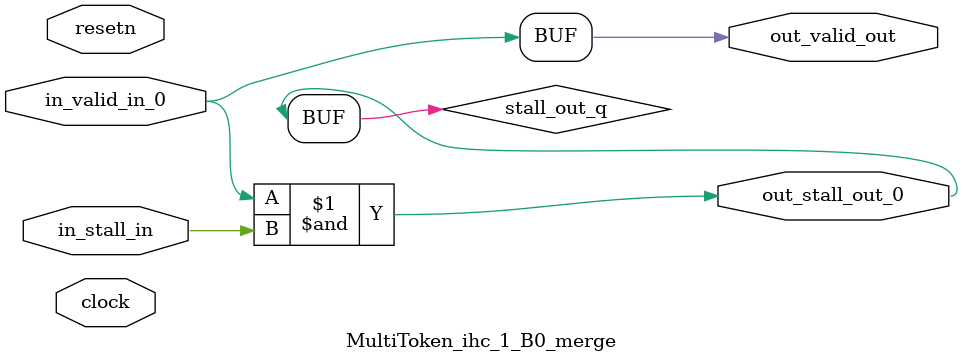
<source format=sv>



(* altera_attribute = "-name AUTO_SHIFT_REGISTER_RECOGNITION OFF; -name MESSAGE_DISABLE 10036; -name MESSAGE_DISABLE 10037; -name MESSAGE_DISABLE 14130; -name MESSAGE_DISABLE 14320; -name MESSAGE_DISABLE 15400; -name MESSAGE_DISABLE 14130; -name MESSAGE_DISABLE 10036; -name MESSAGE_DISABLE 12020; -name MESSAGE_DISABLE 12030; -name MESSAGE_DISABLE 12010; -name MESSAGE_DISABLE 12110; -name MESSAGE_DISABLE 14320; -name MESSAGE_DISABLE 13410; -name MESSAGE_DISABLE 113007; -name MESSAGE_DISABLE 10958" *)
module MultiToken_ihc_1_B0_merge (
    input wire [0:0] in_stall_in,
    input wire [0:0] in_valid_in_0,
    output wire [0:0] out_stall_out_0,
    output wire [0:0] out_valid_out,
    input wire clock,
    input wire resetn
    );

    wire [0:0] stall_out_q;


    // stall_out(LOGICAL,6)
    assign stall_out_q = in_valid_in_0 & in_stall_in;

    // out_stall_out_0(GPOUT,4)
    assign out_stall_out_0 = stall_out_q;

    // out_valid_out(GPOUT,5)
    assign out_valid_out = in_valid_in_0;

endmodule

</source>
